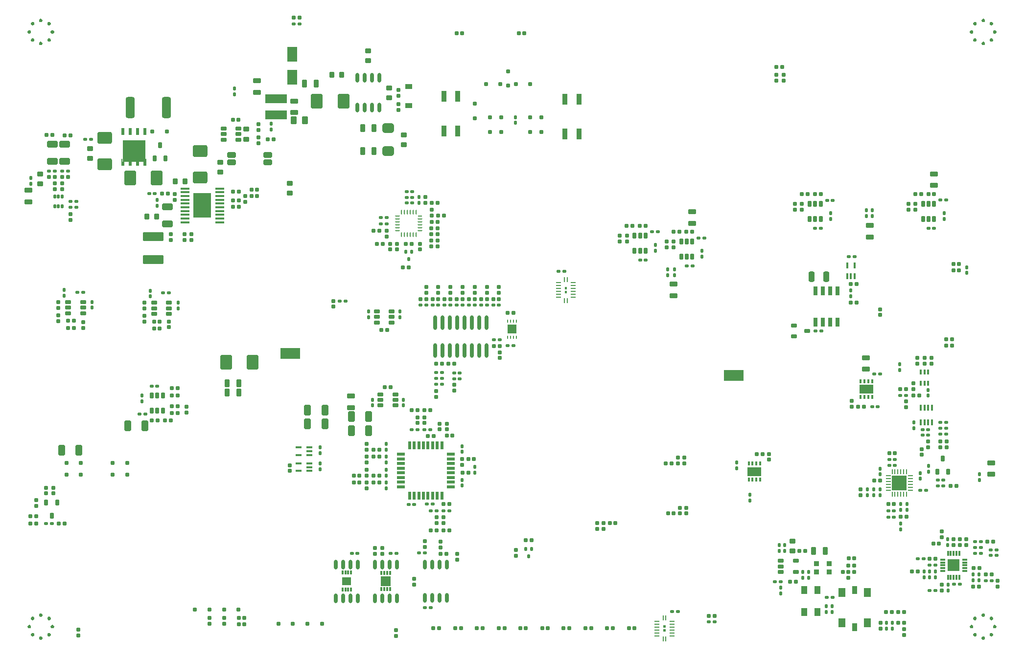
<source format=gbp>
G04*
G04 #@! TF.GenerationSoftware,Altium Limited,Altium Designer,19.1.6 (110)*
G04*
G04 Layer_Color=128*
%FSLAX44Y44*%
%MOMM*%
G71*
G01*
G75*
G04:AMPARAMS|DCode=54|XSize=1mm|YSize=0.9mm|CornerRadius=0.1125mm|HoleSize=0mm|Usage=FLASHONLY|Rotation=270.000|XOffset=0mm|YOffset=0mm|HoleType=Round|Shape=RoundedRectangle|*
%AMROUNDEDRECTD54*
21,1,1.0000,0.6750,0,0,270.0*
21,1,0.7750,0.9000,0,0,270.0*
1,1,0.2250,-0.3375,-0.3875*
1,1,0.2250,-0.3375,0.3875*
1,1,0.2250,0.3375,0.3875*
1,1,0.2250,0.3375,-0.3875*
%
%ADD54ROUNDEDRECTD54*%
G04:AMPARAMS|DCode=56|XSize=1.8mm|YSize=1.15mm|CornerRadius=0.1438mm|HoleSize=0mm|Usage=FLASHONLY|Rotation=180.000|XOffset=0mm|YOffset=0mm|HoleType=Round|Shape=RoundedRectangle|*
%AMROUNDEDRECTD56*
21,1,1.8000,0.8625,0,0,180.0*
21,1,1.5125,1.1500,0,0,180.0*
1,1,0.2875,-0.7563,0.4313*
1,1,0.2875,0.7563,0.4313*
1,1,0.2875,0.7563,-0.4313*
1,1,0.2875,-0.7563,-0.4313*
%
%ADD56ROUNDEDRECTD56*%
G04:AMPARAMS|DCode=87|XSize=0.6mm|YSize=0.6mm|CornerRadius=0.06mm|HoleSize=0mm|Usage=FLASHONLY|Rotation=180.000|XOffset=0mm|YOffset=0mm|HoleType=Round|Shape=RoundedRectangle|*
%AMROUNDEDRECTD87*
21,1,0.6000,0.4800,0,0,180.0*
21,1,0.4800,0.6000,0,0,180.0*
1,1,0.1200,-0.2400,0.2400*
1,1,0.1200,0.2400,0.2400*
1,1,0.1200,0.2400,-0.2400*
1,1,0.1200,-0.2400,-0.2400*
%
%ADD87ROUNDEDRECTD87*%
G04:AMPARAMS|DCode=88|XSize=2.5mm|YSize=2mm|CornerRadius=0.25mm|HoleSize=0mm|Usage=FLASHONLY|Rotation=90.000|XOffset=0mm|YOffset=0mm|HoleType=Round|Shape=RoundedRectangle|*
%AMROUNDEDRECTD88*
21,1,2.5000,1.5000,0,0,90.0*
21,1,2.0000,2.0000,0,0,90.0*
1,1,0.5000,0.7500,1.0000*
1,1,0.5000,0.7500,-1.0000*
1,1,0.5000,-0.7500,-1.0000*
1,1,0.5000,-0.7500,1.0000*
%
%ADD88ROUNDEDRECTD88*%
G04:AMPARAMS|DCode=89|XSize=0.5mm|YSize=0.6mm|CornerRadius=0.05mm|HoleSize=0mm|Usage=FLASHONLY|Rotation=90.000|XOffset=0mm|YOffset=0mm|HoleType=Round|Shape=RoundedRectangle|*
%AMROUNDEDRECTD89*
21,1,0.5000,0.5000,0,0,90.0*
21,1,0.4000,0.6000,0,0,90.0*
1,1,0.1000,0.2500,0.2000*
1,1,0.1000,0.2500,-0.2000*
1,1,0.1000,-0.2500,-0.2000*
1,1,0.1000,-0.2500,0.2000*
%
%ADD89ROUNDEDRECTD89*%
G04:AMPARAMS|DCode=90|XSize=0.5mm|YSize=0.6mm|CornerRadius=0.05mm|HoleSize=0mm|Usage=FLASHONLY|Rotation=0.000|XOffset=0mm|YOffset=0mm|HoleType=Round|Shape=RoundedRectangle|*
%AMROUNDEDRECTD90*
21,1,0.5000,0.5000,0,0,0.0*
21,1,0.4000,0.6000,0,0,0.0*
1,1,0.1000,0.2000,-0.2500*
1,1,0.1000,-0.2000,-0.2500*
1,1,0.1000,-0.2000,0.2500*
1,1,0.1000,0.2000,0.2500*
%
%ADD90ROUNDEDRECTD90*%
G04:AMPARAMS|DCode=91|XSize=1.4mm|YSize=1mm|CornerRadius=0.125mm|HoleSize=0mm|Usage=FLASHONLY|Rotation=90.000|XOffset=0mm|YOffset=0mm|HoleType=Round|Shape=RoundedRectangle|*
%AMROUNDEDRECTD91*
21,1,1.4000,0.7500,0,0,90.0*
21,1,1.1500,1.0000,0,0,90.0*
1,1,0.2500,0.3750,0.5750*
1,1,0.2500,0.3750,-0.5750*
1,1,0.2500,-0.3750,-0.5750*
1,1,0.2500,-0.3750,0.5750*
%
%ADD91ROUNDEDRECTD91*%
%ADD92R,3.5000X1.9000*%
G04:AMPARAMS|DCode=93|XSize=0.6mm|YSize=0.6mm|CornerRadius=0.06mm|HoleSize=0mm|Usage=FLASHONLY|Rotation=90.000|XOffset=0mm|YOffset=0mm|HoleType=Round|Shape=RoundedRectangle|*
%AMROUNDEDRECTD93*
21,1,0.6000,0.4800,0,0,90.0*
21,1,0.4800,0.6000,0,0,90.0*
1,1,0.1200,0.2400,0.2400*
1,1,0.1200,0.2400,-0.2400*
1,1,0.1200,-0.2400,-0.2400*
1,1,0.1200,-0.2400,0.2400*
%
%ADD93ROUNDEDRECTD93*%
G04:AMPARAMS|DCode=94|XSize=0.6mm|YSize=0.7mm|CornerRadius=0.075mm|HoleSize=0mm|Usage=FLASHONLY|Rotation=270.000|XOffset=0mm|YOffset=0mm|HoleType=Round|Shape=RoundedRectangle|*
%AMROUNDEDRECTD94*
21,1,0.6000,0.5500,0,0,270.0*
21,1,0.4500,0.7000,0,0,270.0*
1,1,0.1500,-0.2750,-0.2250*
1,1,0.1500,-0.2750,0.2250*
1,1,0.1500,0.2750,0.2250*
1,1,0.1500,0.2750,-0.2250*
%
%ADD94ROUNDEDRECTD94*%
%ADD184R,2.5000X2.5000*%
G04:AMPARAMS|DCode=265|XSize=1mm|YSize=1.5mm|CornerRadius=0.25mm|HoleSize=0mm|Usage=FLASHONLY|Rotation=90.000|XOffset=0mm|YOffset=0mm|HoleType=Round|Shape=RoundedRectangle|*
%AMROUNDEDRECTD265*
21,1,1.0000,1.0000,0,0,90.0*
21,1,0.5000,1.5000,0,0,90.0*
1,1,0.5000,0.5000,0.2500*
1,1,0.5000,0.5000,-0.2500*
1,1,0.5000,-0.5000,-0.2500*
1,1,0.5000,-0.5000,0.2500*
%
%ADD265ROUNDEDRECTD265*%
G04:AMPARAMS|DCode=266|XSize=3.6mm|YSize=1.5mm|CornerRadius=0.1875mm|HoleSize=0mm|Usage=FLASHONLY|Rotation=0.000|XOffset=0mm|YOffset=0mm|HoleType=Round|Shape=RoundedRectangle|*
%AMROUNDEDRECTD266*
21,1,3.6000,1.1250,0,0,0.0*
21,1,3.2250,1.5000,0,0,0.0*
1,1,0.3750,1.6125,-0.5625*
1,1,0.3750,-1.6125,-0.5625*
1,1,0.3750,-1.6125,0.5625*
1,1,0.3750,1.6125,0.5625*
%
%ADD266ROUNDEDRECTD266*%
G04:AMPARAMS|DCode=267|XSize=2.5mm|YSize=2mm|CornerRadius=0.25mm|HoleSize=0mm|Usage=FLASHONLY|Rotation=180.000|XOffset=0mm|YOffset=0mm|HoleType=Round|Shape=RoundedRectangle|*
%AMROUNDEDRECTD267*
21,1,2.5000,1.5000,0,0,180.0*
21,1,2.0000,2.0000,0,0,180.0*
1,1,0.5000,-1.0000,0.7500*
1,1,0.5000,1.0000,0.7500*
1,1,0.5000,1.0000,-0.7500*
1,1,0.5000,-1.0000,-0.7500*
%
%ADD267ROUNDEDRECTD267*%
G04:AMPARAMS|DCode=268|XSize=0.45mm|YSize=0.7mm|CornerRadius=0.0563mm|HoleSize=0mm|Usage=FLASHONLY|Rotation=180.000|XOffset=0mm|YOffset=0mm|HoleType=Round|Shape=RoundedRectangle|*
%AMROUNDEDRECTD268*
21,1,0.4500,0.5875,0,0,180.0*
21,1,0.3375,0.7000,0,0,180.0*
1,1,0.1125,-0.1688,0.2938*
1,1,0.1125,0.1688,0.2938*
1,1,0.1125,0.1688,-0.2938*
1,1,0.1125,-0.1688,-0.2938*
%
%ADD268ROUNDEDRECTD268*%
%ADD269O,0.2500X0.9000*%
%ADD270O,0.9000X0.2500*%
G04:AMPARAMS|DCode=271|XSize=0.6mm|YSize=1mm|CornerRadius=0.075mm|HoleSize=0mm|Usage=FLASHONLY|Rotation=90.000|XOffset=0mm|YOffset=0mm|HoleType=Round|Shape=RoundedRectangle|*
%AMROUNDEDRECTD271*
21,1,0.6000,0.8500,0,0,90.0*
21,1,0.4500,1.0000,0,0,90.0*
1,1,0.1500,0.4250,0.2250*
1,1,0.1500,0.4250,-0.2250*
1,1,0.1500,-0.4250,-0.2250*
1,1,0.1500,-0.4250,0.2250*
%
%ADD271ROUNDEDRECTD271*%
%ADD272R,0.4000X1.0000*%
%ADD273R,2.1000X2.1000*%
%ADD274R,0.8500X0.3000*%
%ADD275R,0.3000X0.8500*%
%ADD276R,0.4000X0.8500*%
G04:AMPARAMS|DCode=277|XSize=0.6mm|YSize=1mm|CornerRadius=0.075mm|HoleSize=0mm|Usage=FLASHONLY|Rotation=180.000|XOffset=0mm|YOffset=0mm|HoleType=Round|Shape=RoundedRectangle|*
%AMROUNDEDRECTD277*
21,1,0.6000,0.8500,0,0,180.0*
21,1,0.4500,1.0000,0,0,180.0*
1,1,0.1500,-0.2250,0.4250*
1,1,0.1500,0.2250,0.4250*
1,1,0.1500,0.2250,-0.4250*
1,1,0.1500,-0.2250,-0.4250*
%
%ADD277ROUNDEDRECTD277*%
%ADD278R,2.3500X1.6000*%
%ADD279R,0.3000X0.7000*%
G04:AMPARAMS|DCode=280|XSize=1.6mm|YSize=3.65mm|CornerRadius=0.4mm|HoleSize=0mm|Usage=FLASHONLY|Rotation=180.000|XOffset=0mm|YOffset=0mm|HoleType=Round|Shape=RoundedRectangle|*
%AMROUNDEDRECTD280*
21,1,1.6000,2.8500,0,0,180.0*
21,1,0.8000,3.6500,0,0,180.0*
1,1,0.8000,-0.4000,1.4250*
1,1,0.8000,0.4000,1.4250*
1,1,0.8000,0.4000,-1.4250*
1,1,0.8000,-0.4000,-1.4250*
%
%ADD280ROUNDEDRECTD280*%
%ADD281R,1.7000X2.5000*%
G04:AMPARAMS|DCode=282|XSize=1.7mm|YSize=2mm|CornerRadius=0.425mm|HoleSize=0mm|Usage=FLASHONLY|Rotation=90.000|XOffset=0mm|YOffset=0mm|HoleType=Round|Shape=RoundedRectangle|*
%AMROUNDEDRECTD282*
21,1,1.7000,1.1500,0,0,90.0*
21,1,0.8500,2.0000,0,0,90.0*
1,1,0.8500,0.5750,0.4250*
1,1,0.8500,0.5750,-0.4250*
1,1,0.8500,-0.5750,-0.4250*
1,1,0.8500,-0.5750,0.4250*
%
%ADD282ROUNDEDRECTD282*%
%ADD283R,1.2000X1.5000*%
%ADD284R,0.9000X1.4000*%
%ADD287R,1.0000X1.3500*%
G04:AMPARAMS|DCode=288|XSize=0.9mm|YSize=0.9mm|CornerRadius=0.1125mm|HoleSize=0mm|Usage=FLASHONLY|Rotation=0.000|XOffset=0mm|YOffset=0mm|HoleType=Round|Shape=RoundedRectangle|*
%AMROUNDEDRECTD288*
21,1,0.9000,0.6750,0,0,0.0*
21,1,0.6750,0.9000,0,0,0.0*
1,1,0.2250,0.3375,-0.3375*
1,1,0.2250,-0.3375,-0.3375*
1,1,0.2250,-0.3375,0.3375*
1,1,0.2250,0.3375,0.3375*
%
%ADD288ROUNDEDRECTD288*%
%ADD289R,1.6000X1.6000*%
%ADD290R,0.2500X0.6250*%
%ADD291R,0.3000X0.6500*%
%ADD292R,1.7000X1.7000*%
%ADD293R,1.6000X1.4000*%
%ADD294R,0.3000X0.8000*%
G04:AMPARAMS|DCode=295|XSize=0.5mm|YSize=1.4mm|CornerRadius=0.05mm|HoleSize=0mm|Usage=FLASHONLY|Rotation=0.000|XOffset=0mm|YOffset=0mm|HoleType=Round|Shape=RoundedRectangle|*
%AMROUNDEDRECTD295*
21,1,0.5000,1.3000,0,0,0.0*
21,1,0.4000,1.4000,0,0,0.0*
1,1,0.1000,0.2000,-0.6500*
1,1,0.1000,-0.2000,-0.6500*
1,1,0.1000,-0.2000,0.6500*
1,1,0.1000,0.2000,0.6500*
%
%ADD295ROUNDEDRECTD295*%
G04:AMPARAMS|DCode=296|XSize=0.5mm|YSize=1.4mm|CornerRadius=0.05mm|HoleSize=0mm|Usage=FLASHONLY|Rotation=90.000|XOffset=0mm|YOffset=0mm|HoleType=Round|Shape=RoundedRectangle|*
%AMROUNDEDRECTD296*
21,1,0.5000,1.3000,0,0,90.0*
21,1,0.4000,1.4000,0,0,90.0*
1,1,0.1000,0.6500,0.2000*
1,1,0.1000,0.6500,-0.2000*
1,1,0.1000,-0.6500,-0.2000*
1,1,0.1000,-0.6500,0.2000*
%
%ADD296ROUNDEDRECTD296*%
%ADD297O,0.6000X1.7000*%
%ADD298R,0.9000X1.8400*%
G04:AMPARAMS|DCode=299|XSize=1.22mm|YSize=0.91mm|CornerRadius=0.1138mm|HoleSize=0mm|Usage=FLASHONLY|Rotation=180.000|XOffset=0mm|YOffset=0mm|HoleType=Round|Shape=RoundedRectangle|*
%AMROUNDEDRECTD299*
21,1,1.2200,0.6825,0,0,180.0*
21,1,0.9925,0.9100,0,0,180.0*
1,1,0.2275,-0.4963,0.3413*
1,1,0.2275,0.4963,0.3413*
1,1,0.2275,0.4963,-0.3413*
1,1,0.2275,-0.4963,-0.3413*
%
%ADD299ROUNDEDRECTD299*%
%ADD300R,0.2500X0.9000*%
%ADD301R,0.9000X0.2500*%
%ADD303O,0.7000X2.5000*%
%ADD304R,3.1000X4.3000*%
%ADD305R,1.6000X0.3600*%
%ADD306R,0.6500X1.5250*%
%ADD307R,0.3600X1.0000*%
G04:AMPARAMS|DCode=308|XSize=0.5mm|YSize=0.6mm|CornerRadius=0.0625mm|HoleSize=0mm|Usage=FLASHONLY|Rotation=0.000|XOffset=0mm|YOffset=0mm|HoleType=Round|Shape=RoundedRectangle|*
%AMROUNDEDRECTD308*
21,1,0.5000,0.4750,0,0,0.0*
21,1,0.3750,0.6000,0,0,0.0*
1,1,0.1250,0.1875,-0.2375*
1,1,0.1250,-0.1875,-0.2375*
1,1,0.1250,-0.1875,0.2375*
1,1,0.1250,0.1875,0.2375*
%
%ADD308ROUNDEDRECTD308*%
%ADD309R,0.2550X0.5000*%
%ADD310R,0.6100X1.2700*%
%ADD311R,0.6100X0.7700*%
%ADD312R,3.9100X3.7500*%
G04:AMPARAMS|DCode=313|XSize=1mm|YSize=1.8mm|CornerRadius=0.25mm|HoleSize=0mm|Usage=FLASHONLY|Rotation=180.000|XOffset=0mm|YOffset=0mm|HoleType=Round|Shape=RoundedRectangle|*
%AMROUNDEDRECTD313*
21,1,1.0000,1.3000,0,0,180.0*
21,1,0.5000,1.8000,0,0,180.0*
1,1,0.5000,-0.2500,0.6500*
1,1,0.5000,0.2500,0.6500*
1,1,0.5000,0.2500,-0.6500*
1,1,0.5000,-0.2500,-0.6500*
%
%ADD313ROUNDEDRECTD313*%
G04:AMPARAMS|DCode=314|XSize=0.2393mm|YSize=0.7811mm|CornerRadius=0.0598mm|HoleSize=0mm|Usage=FLASHONLY|Rotation=180.000|XOffset=0mm|YOffset=0mm|HoleType=Round|Shape=RoundedRectangle|*
%AMROUNDEDRECTD314*
21,1,0.2393,0.6614,0,0,180.0*
21,1,0.1196,0.7811,0,0,180.0*
1,1,0.1196,-0.0598,0.3307*
1,1,0.1196,0.0598,0.3307*
1,1,0.1196,0.0598,-0.3307*
1,1,0.1196,-0.0598,-0.3307*
%
%ADD314ROUNDEDRECTD314*%
G04:AMPARAMS|DCode=315|XSize=0.7811mm|YSize=0.2393mm|CornerRadius=0.0598mm|HoleSize=0mm|Usage=FLASHONLY|Rotation=180.000|XOffset=0mm|YOffset=0mm|HoleType=Round|Shape=RoundedRectangle|*
%AMROUNDEDRECTD315*
21,1,0.7811,0.1196,0,0,180.0*
21,1,0.6614,0.2393,0,0,180.0*
1,1,0.1196,-0.3307,0.0598*
1,1,0.1196,0.3307,0.0598*
1,1,0.1196,0.3307,-0.0598*
1,1,0.1196,-0.3307,-0.0598*
%
%ADD315ROUNDEDRECTD315*%
%ADD316R,0.7811X0.2393*%
G04:AMPARAMS|DCode=318|XSize=0.6mm|YSize=0.7mm|CornerRadius=0.075mm|HoleSize=0mm|Usage=FLASHONLY|Rotation=180.000|XOffset=0mm|YOffset=0mm|HoleType=Round|Shape=RoundedRectangle|*
%AMROUNDEDRECTD318*
21,1,0.6000,0.5500,0,0,180.0*
21,1,0.4500,0.7000,0,0,180.0*
1,1,0.1500,-0.2250,0.2750*
1,1,0.1500,0.2250,0.2750*
1,1,0.1500,0.2250,-0.2750*
1,1,0.1500,-0.2250,-0.2750*
%
%ADD318ROUNDEDRECTD318*%
G04:AMPARAMS|DCode=319|XSize=1.3mm|YSize=0.8mm|CornerRadius=0.1mm|HoleSize=0mm|Usage=FLASHONLY|Rotation=90.000|XOffset=0mm|YOffset=0mm|HoleType=Round|Shape=RoundedRectangle|*
%AMROUNDEDRECTD319*
21,1,1.3000,0.6000,0,0,90.0*
21,1,1.1000,0.8000,0,0,90.0*
1,1,0.2000,0.3000,0.5500*
1,1,0.2000,0.3000,-0.5500*
1,1,0.2000,-0.3000,-0.5500*
1,1,0.2000,-0.3000,0.5500*
%
%ADD319ROUNDEDRECTD319*%
G04:AMPARAMS|DCode=320|XSize=1mm|YSize=0.9mm|CornerRadius=0.1125mm|HoleSize=0mm|Usage=FLASHONLY|Rotation=180.000|XOffset=0mm|YOffset=0mm|HoleType=Round|Shape=RoundedRectangle|*
%AMROUNDEDRECTD320*
21,1,1.0000,0.6750,0,0,180.0*
21,1,0.7750,0.9000,0,0,180.0*
1,1,0.2250,-0.3875,0.3375*
1,1,0.2250,0.3875,0.3375*
1,1,0.2250,0.3875,-0.3375*
1,1,0.2250,-0.3875,-0.3375*
%
%ADD320ROUNDEDRECTD320*%
G04:AMPARAMS|DCode=321|XSize=1.3mm|YSize=0.8mm|CornerRadius=0.1mm|HoleSize=0mm|Usage=FLASHONLY|Rotation=0.000|XOffset=0mm|YOffset=0mm|HoleType=Round|Shape=RoundedRectangle|*
%AMROUNDEDRECTD321*
21,1,1.3000,0.6000,0,0,0.0*
21,1,1.1000,0.8000,0,0,0.0*
1,1,0.2000,0.5500,-0.3000*
1,1,0.2000,-0.5500,-0.3000*
1,1,0.2000,-0.5500,0.3000*
1,1,0.2000,0.5500,0.3000*
%
%ADD321ROUNDEDRECTD321*%
G04:AMPARAMS|DCode=322|XSize=1.8mm|YSize=1.15mm|CornerRadius=0.1438mm|HoleSize=0mm|Usage=FLASHONLY|Rotation=270.000|XOffset=0mm|YOffset=0mm|HoleType=Round|Shape=RoundedRectangle|*
%AMROUNDEDRECTD322*
21,1,1.8000,0.8625,0,0,270.0*
21,1,1.5125,1.1500,0,0,270.0*
1,1,0.2875,-0.4313,-0.7563*
1,1,0.2875,-0.4313,0.7563*
1,1,0.2875,0.4313,0.7563*
1,1,0.2875,0.4313,-0.7563*
%
%ADD322ROUNDEDRECTD322*%
%ADD323R,3.7000X1.6000*%
%ADD324R,1.0000X0.3600*%
G36*
X945140Y612200D02*
X941140D01*
X941140Y616200D01*
X945140D01*
X945140Y612200D01*
D02*
G37*
G36*
X36699Y57543D02*
X37543Y56699D01*
X38000Y55597D01*
Y55000D01*
Y54403D01*
X37543Y53301D01*
X36699Y52457D01*
X35597Y52000D01*
X34403D01*
X33301Y52457D01*
X32457Y53301D01*
X32000Y54403D01*
Y55000D01*
Y55597D01*
X32457Y56699D01*
X33301Y57543D01*
X34403Y58000D01*
X35597D01*
X36699Y57543D01*
D02*
G37*
G36*
X50841Y51685D02*
X51263Y51263D01*
X51685Y50841D01*
X52142Y49739D01*
Y48545D01*
X51685Y47443D01*
X51263Y47021D01*
X50841Y46599D01*
X49739Y46142D01*
X48545D01*
X47443Y46599D01*
X47021Y47021D01*
X46599Y47443D01*
X46142Y48545D01*
Y49739D01*
X46599Y50841D01*
X47021Y51263D01*
X47443Y51685D01*
X48545Y52142D01*
X49739D01*
X50841Y51685D01*
D02*
G37*
G36*
X22557D02*
X22979Y51263D01*
X23401Y50841D01*
X23858Y49739D01*
Y48545D01*
X23401Y47443D01*
X22979Y47021D01*
X22557Y46599D01*
X21455Y46142D01*
X20261D01*
X19159Y46599D01*
X18736Y47021D01*
X18315Y47443D01*
X17858Y48545D01*
Y49739D01*
X18315Y50841D01*
X18736Y51263D01*
X19159Y51685D01*
X20261Y52142D01*
X21455D01*
X22557Y51685D01*
D02*
G37*
G36*
X56699Y37543D02*
X57543Y36699D01*
X58000Y35597D01*
Y35000D01*
Y34403D01*
X57543Y33301D01*
X56699Y32457D01*
X55597Y32000D01*
X54403D01*
X53301Y32457D01*
X52457Y33301D01*
X52000Y34403D01*
Y35000D01*
Y35597D01*
X52457Y36699D01*
X53301Y37543D01*
X54403Y38000D01*
X55597D01*
X56699Y37543D01*
D02*
G37*
G36*
X16699D02*
X17543Y36699D01*
X18000Y35597D01*
Y35000D01*
Y34403D01*
X17543Y33301D01*
X16699Y32457D01*
X15597Y32000D01*
X14403D01*
X13301Y32457D01*
X12457Y33301D01*
X12000Y34403D01*
Y35000D01*
Y35597D01*
X12457Y36699D01*
X13301Y37543D01*
X14403Y38000D01*
X15597D01*
X16699Y37543D01*
D02*
G37*
G36*
X50841Y23401D02*
X51263Y22979D01*
X51685Y22557D01*
X52142Y21455D01*
Y20261D01*
X51685Y19159D01*
X51263Y18736D01*
X50841Y18315D01*
X49739Y17858D01*
X48545D01*
X47443Y18315D01*
X47021Y18736D01*
X46599Y19159D01*
X46142Y20261D01*
Y21455D01*
X46599Y22557D01*
X47021Y22979D01*
X47443Y23401D01*
X48545Y23858D01*
X49739D01*
X50841Y23401D01*
D02*
G37*
G36*
X22557D02*
X22979Y22979D01*
X23401Y22557D01*
X23858Y21455D01*
Y20261D01*
X23401Y19159D01*
X22979Y18736D01*
X22557Y18315D01*
X21455Y17858D01*
X20261D01*
X19159Y18315D01*
X18736Y18736D01*
X18315Y19159D01*
X17858Y20261D01*
Y21455D01*
X18315Y22557D01*
X18736Y22979D01*
X19159Y23401D01*
X20261Y23858D01*
X21455D01*
X22557Y23401D01*
D02*
G37*
G36*
X36699Y17543D02*
X37543Y16699D01*
X38000Y15597D01*
Y15000D01*
Y14403D01*
X37543Y13301D01*
X36699Y12457D01*
X35597Y12000D01*
X34403D01*
X33301Y12457D01*
X32457Y13301D01*
X32000Y14403D01*
Y15000D01*
Y15597D01*
X32457Y16699D01*
X33301Y17543D01*
X34403Y18000D01*
X35597D01*
X36699Y17543D01*
D02*
G37*
G36*
Y1087543D02*
X37543Y1086699D01*
X38000Y1085597D01*
Y1085000D01*
Y1084403D01*
X37543Y1083301D01*
X36699Y1082457D01*
X35597Y1082000D01*
X34403D01*
X33301Y1082457D01*
X32457Y1083301D01*
X32000Y1084403D01*
Y1085000D01*
Y1085597D01*
X32457Y1086699D01*
X33301Y1087543D01*
X34403Y1088000D01*
X35597D01*
X36699Y1087543D01*
D02*
G37*
G36*
X50841Y1081685D02*
X51263Y1081264D01*
X51685Y1080842D01*
X52142Y1079739D01*
Y1078545D01*
X51685Y1077443D01*
X51263Y1077021D01*
X50841Y1076599D01*
X49739Y1076142D01*
X48545D01*
X47443Y1076599D01*
X47021Y1077021D01*
X46599Y1077443D01*
X46142Y1078545D01*
Y1079739D01*
X46599Y1080842D01*
X47021Y1081264D01*
X47443Y1081685D01*
X48545Y1082142D01*
X49739D01*
X50841Y1081685D01*
D02*
G37*
G36*
X22557D02*
X22979Y1081264D01*
X23401Y1080842D01*
X23858Y1079739D01*
Y1078545D01*
X23401Y1077443D01*
X22979Y1077021D01*
X22557Y1076599D01*
X21455Y1076142D01*
X20261D01*
X19159Y1076599D01*
X18736Y1077021D01*
X18315Y1077443D01*
X17858Y1078545D01*
Y1079739D01*
X18315Y1080842D01*
X18736Y1081264D01*
X19159Y1081685D01*
X20261Y1082142D01*
X21455D01*
X22557Y1081685D01*
D02*
G37*
G36*
X56699Y1067543D02*
X57543Y1066699D01*
X58000Y1065597D01*
Y1065000D01*
Y1064403D01*
X57543Y1063301D01*
X56699Y1062457D01*
X55597Y1062000D01*
X54403D01*
X53301Y1062457D01*
X52457Y1063301D01*
X52000Y1064403D01*
Y1065000D01*
Y1065597D01*
X52457Y1066699D01*
X53301Y1067543D01*
X54403Y1068000D01*
X55597D01*
X56699Y1067543D01*
D02*
G37*
G36*
X16699D02*
X17543Y1066699D01*
X18000Y1065597D01*
Y1065000D01*
Y1064403D01*
X17543Y1063301D01*
X16699Y1062457D01*
X15597Y1062000D01*
X14403D01*
X13301Y1062457D01*
X12457Y1063301D01*
X12000Y1064403D01*
Y1065000D01*
Y1065597D01*
X12457Y1066699D01*
X13301Y1067543D01*
X14403Y1068000D01*
X15597D01*
X16699Y1067543D01*
D02*
G37*
G36*
X50841Y1053401D02*
X51263Y1052979D01*
X51685Y1052557D01*
X52142Y1051455D01*
Y1050261D01*
X51685Y1049158D01*
X51263Y1048736D01*
X50841Y1048315D01*
X49739Y1047858D01*
X48545D01*
X47443Y1048315D01*
X47021Y1048736D01*
X46599Y1049158D01*
X46142Y1050261D01*
Y1051455D01*
X46599Y1052557D01*
X47021Y1052979D01*
X47443Y1053401D01*
X48545Y1053858D01*
X49739D01*
X50841Y1053401D01*
D02*
G37*
G36*
X22557D02*
X22979Y1052979D01*
X23401Y1052557D01*
X23858Y1051455D01*
Y1050261D01*
X23401Y1049158D01*
X22979Y1048736D01*
X22557Y1048315D01*
X21455Y1047858D01*
X20261D01*
X19159Y1048315D01*
X18736Y1048736D01*
X18315Y1049158D01*
X17858Y1050261D01*
Y1051455D01*
X18315Y1052557D01*
X18736Y1052979D01*
X19159Y1053401D01*
X20261Y1053858D01*
X21455D01*
X22557Y1053401D01*
D02*
G37*
G36*
X36699Y1047543D02*
X37543Y1046699D01*
X38000Y1045597D01*
Y1045000D01*
Y1044403D01*
X37543Y1043301D01*
X36699Y1042457D01*
X35597Y1042000D01*
X34403D01*
X33301Y1042457D01*
X32457Y1043301D01*
X32000Y1044403D01*
Y1045000D01*
Y1045597D01*
X32457Y1046699D01*
X33301Y1047543D01*
X34403Y1048000D01*
X35597D01*
X36699Y1047543D01*
D02*
G37*
G36*
X945140Y619200D02*
X941140D01*
Y623200D01*
X945140D01*
Y619200D01*
D02*
G37*
G36*
X1666699Y1087543D02*
X1667543Y1086699D01*
X1668000Y1085597D01*
Y1085000D01*
Y1084403D01*
X1667543Y1083301D01*
X1666699Y1082457D01*
X1665597Y1082000D01*
X1664403D01*
X1663301Y1082457D01*
X1662457Y1083301D01*
X1662000Y1084403D01*
Y1085000D01*
Y1085597D01*
X1662457Y1086699D01*
X1663301Y1087543D01*
X1664403Y1088000D01*
X1665597D01*
X1666699Y1087543D01*
D02*
G37*
G36*
X1680842Y1081685D02*
X1681263Y1081264D01*
X1681685Y1080842D01*
X1682142Y1079739D01*
Y1078545D01*
X1681685Y1077443D01*
X1681263Y1077021D01*
X1680842Y1076599D01*
X1679739Y1076142D01*
X1678545D01*
X1677443Y1076599D01*
X1677021Y1077021D01*
X1676599Y1077443D01*
X1676142Y1078545D01*
Y1079739D01*
X1676599Y1080842D01*
X1677021Y1081264D01*
X1677443Y1081685D01*
X1678545Y1082142D01*
X1679739D01*
X1680842Y1081685D01*
D02*
G37*
G36*
X1652557D02*
X1652979Y1081264D01*
X1653401Y1080842D01*
X1653858Y1079739D01*
Y1078545D01*
X1653401Y1077443D01*
X1652979Y1077021D01*
X1652557Y1076599D01*
X1651455Y1076142D01*
X1650261D01*
X1649158Y1076599D01*
X1648737Y1077021D01*
X1648315Y1077443D01*
X1647858Y1078545D01*
Y1079739D01*
X1648315Y1080842D01*
X1648737Y1081264D01*
X1649158Y1081685D01*
X1650261Y1082142D01*
X1651455D01*
X1652557Y1081685D01*
D02*
G37*
G36*
X1686699Y1067543D02*
X1687543Y1066699D01*
X1688000Y1065597D01*
Y1065000D01*
Y1064403D01*
X1687543Y1063301D01*
X1686699Y1062457D01*
X1685597Y1062000D01*
X1684403D01*
X1683301Y1062457D01*
X1682457Y1063301D01*
X1682000Y1064403D01*
Y1065000D01*
Y1065597D01*
X1682457Y1066699D01*
X1683301Y1067543D01*
X1684403Y1068000D01*
X1685597D01*
X1686699Y1067543D01*
D02*
G37*
G36*
X1646699D02*
X1647543Y1066699D01*
X1648000Y1065597D01*
Y1065000D01*
Y1064403D01*
X1647543Y1063301D01*
X1646699Y1062457D01*
X1645597Y1062000D01*
X1644403D01*
X1643301Y1062457D01*
X1642457Y1063301D01*
X1642000Y1064403D01*
Y1065000D01*
Y1065597D01*
X1642457Y1066699D01*
X1643301Y1067543D01*
X1644403Y1068000D01*
X1645597D01*
X1646699Y1067543D01*
D02*
G37*
G36*
X1680842Y1053401D02*
X1681263Y1052979D01*
X1681685Y1052557D01*
X1682142Y1051455D01*
Y1050261D01*
X1681685Y1049158D01*
X1681263Y1048736D01*
X1680842Y1048315D01*
X1679739Y1047858D01*
X1678545D01*
X1677443Y1048315D01*
X1677021Y1048736D01*
X1676599Y1049158D01*
X1676142Y1050261D01*
Y1051455D01*
X1676599Y1052557D01*
X1677021Y1052979D01*
X1677443Y1053401D01*
X1678545Y1053858D01*
X1679739D01*
X1680842Y1053401D01*
D02*
G37*
G36*
X1652557D02*
X1652979Y1052979D01*
X1653401Y1052557D01*
X1653858Y1051455D01*
Y1050261D01*
X1653401Y1049158D01*
X1652979Y1048736D01*
X1652557Y1048315D01*
X1651455Y1047858D01*
X1650261D01*
X1649158Y1048315D01*
X1648737Y1048736D01*
X1648315Y1049158D01*
X1647858Y1050261D01*
Y1051455D01*
X1648315Y1052557D01*
X1648737Y1052979D01*
X1649158Y1053401D01*
X1650261Y1053858D01*
X1651455D01*
X1652557Y1053401D01*
D02*
G37*
G36*
X1666699Y1047543D02*
X1667543Y1046699D01*
X1668000Y1045597D01*
Y1045000D01*
Y1044403D01*
X1667543Y1043301D01*
X1666699Y1042457D01*
X1665597Y1042000D01*
X1664403D01*
X1663301Y1042457D01*
X1662457Y1043301D01*
X1662000Y1044403D01*
Y1045000D01*
Y1045597D01*
X1662457Y1046699D01*
X1663301Y1047543D01*
X1664403Y1048000D01*
X1665597D01*
X1666699Y1047543D01*
D02*
G37*
G36*
Y57543D02*
X1667543Y56699D01*
X1668000Y55597D01*
Y55000D01*
Y54403D01*
X1667543Y53301D01*
X1666699Y52457D01*
X1665597Y52000D01*
X1664403D01*
X1663301Y52457D01*
X1662457Y53301D01*
X1662000Y54403D01*
Y55000D01*
Y55597D01*
X1662457Y56699D01*
X1663301Y57543D01*
X1664403Y58000D01*
X1665597D01*
X1666699Y57543D01*
D02*
G37*
G36*
X1680842Y51685D02*
X1681263Y51263D01*
X1681685Y50841D01*
X1682142Y49739D01*
Y48545D01*
X1681685Y47443D01*
X1681263Y47021D01*
X1680842Y46599D01*
X1679739Y46142D01*
X1678545D01*
X1677443Y46599D01*
X1677021Y47021D01*
X1676599Y47443D01*
X1676142Y48545D01*
Y49739D01*
X1676599Y50841D01*
X1677021Y51263D01*
X1677443Y51685D01*
X1678545Y52142D01*
X1679739D01*
X1680842Y51685D01*
D02*
G37*
G36*
X1652557D02*
X1652979Y51263D01*
X1653401Y50841D01*
X1653858Y49739D01*
Y48545D01*
X1653401Y47443D01*
X1652979Y47021D01*
X1652557Y46599D01*
X1651455Y46142D01*
X1650261D01*
X1649158Y46599D01*
X1648737Y47021D01*
X1648315Y47443D01*
X1647858Y48545D01*
Y49739D01*
X1648315Y50841D01*
X1648737Y51263D01*
X1649158Y51685D01*
X1650261Y52142D01*
X1651455D01*
X1652557Y51685D01*
D02*
G37*
G36*
X1115750Y33340D02*
X1111750D01*
Y37340D01*
X1115750D01*
Y33340D01*
D02*
G37*
G36*
X1686699Y37543D02*
X1687543Y36699D01*
X1688000Y35597D01*
Y35000D01*
Y34403D01*
X1687543Y33301D01*
X1686699Y32457D01*
X1685597Y32000D01*
X1684403D01*
X1683301Y32457D01*
X1682457Y33301D01*
X1682000Y34403D01*
Y35000D01*
Y35597D01*
X1682457Y36699D01*
X1683301Y37543D01*
X1684403Y38000D01*
X1685597D01*
X1686699Y37543D01*
D02*
G37*
G36*
X1646699D02*
X1647543Y36699D01*
X1648000Y35597D01*
Y35000D01*
Y34403D01*
X1647543Y33301D01*
X1646699Y32457D01*
X1645597Y32000D01*
X1644403D01*
X1643301Y32457D01*
X1642457Y33301D01*
X1642000Y34403D01*
Y35000D01*
Y35597D01*
X1642457Y36699D01*
X1643301Y37543D01*
X1644403Y38000D01*
X1645597D01*
X1646699Y37543D01*
D02*
G37*
G36*
X1115750Y26340D02*
X1111750D01*
Y30340D01*
X1115750D01*
Y26340D01*
D02*
G37*
G36*
X1680842Y23401D02*
X1681263Y22979D01*
X1681685Y22557D01*
X1682142Y21455D01*
Y20261D01*
X1681685Y19159D01*
X1681263Y18736D01*
X1680842Y18315D01*
X1679739Y17858D01*
X1678545D01*
X1677443Y18315D01*
X1677021Y18736D01*
X1676599Y19159D01*
X1676142Y20261D01*
Y21455D01*
X1676599Y22557D01*
X1677021Y22979D01*
X1677443Y23401D01*
X1678545Y23858D01*
X1679739D01*
X1680842Y23401D01*
D02*
G37*
G36*
X1652557D02*
X1652979Y22979D01*
X1653401Y22557D01*
X1653858Y21455D01*
Y20261D01*
X1653401Y19159D01*
X1652979Y18736D01*
X1652557Y18315D01*
X1651455Y17858D01*
X1650261D01*
X1649158Y18315D01*
X1648737Y18736D01*
X1648315Y19159D01*
X1647858Y20261D01*
Y21455D01*
X1648315Y22557D01*
X1648737Y22979D01*
X1649158Y23401D01*
X1650261Y23858D01*
X1651455D01*
X1652557Y23401D01*
D02*
G37*
G36*
X1666699Y17543D02*
X1667543Y16699D01*
X1668000Y15597D01*
Y15000D01*
Y14403D01*
X1667543Y13301D01*
X1666699Y12457D01*
X1665597Y12000D01*
X1664403D01*
X1663301Y12457D01*
X1662457Y13301D01*
X1662000Y14403D01*
Y15000D01*
Y15597D01*
X1662457Y16699D01*
X1663301Y17543D01*
X1664403Y18000D01*
X1665597D01*
X1666699Y17543D01*
D02*
G37*
D54*
X538500Y991000D02*
D03*
X555500D02*
D03*
X267500Y806000D02*
D03*
X284500D02*
D03*
X218750Y745250D02*
D03*
X235750D02*
D03*
D56*
X254250Y762000D02*
D03*
Y732000D02*
D03*
X76250Y840500D02*
D03*
X76250Y870500D02*
D03*
X54750Y840500D02*
D03*
Y870500D02*
D03*
D87*
X100200Y29300D02*
D03*
Y19300D02*
D03*
X1307500Y980750D02*
D03*
Y990750D02*
D03*
X1319750Y980750D02*
D03*
Y990750D02*
D03*
X701510Y623350D02*
D03*
Y613350D02*
D03*
X722510Y623350D02*
D03*
Y613350D02*
D03*
X743510Y623350D02*
D03*
Y613350D02*
D03*
X829000Y500000D02*
D03*
Y510000D02*
D03*
X1008000Y214000D02*
D03*
Y204000D02*
D03*
X997000D02*
D03*
Y214000D02*
D03*
X1575737Y500494D02*
D03*
Y490494D02*
D03*
X1563487Y500494D02*
D03*
Y490494D02*
D03*
X541000Y599000D02*
D03*
Y589000D02*
D03*
X856849Y157897D02*
D03*
X856849Y167897D02*
D03*
X1136750Y317750D02*
D03*
Y327750D02*
D03*
X1147750Y317750D02*
D03*
Y327750D02*
D03*
X1140750Y230750D02*
D03*
Y240750D02*
D03*
X1151750Y230750D02*
D03*
Y240750D02*
D03*
X649101Y28525D02*
D03*
Y18525D02*
D03*
X351804Y49956D02*
D03*
X351804Y39956D02*
D03*
X326376Y49956D02*
D03*
Y39956D02*
D03*
X26750Y243750D02*
D03*
Y253750D02*
D03*
X1486500Y584500D02*
D03*
Y574500D02*
D03*
X1551237Y500494D02*
D03*
Y490494D02*
D03*
X598500Y329000D02*
D03*
X598500Y341250D02*
D03*
X465750Y314500D02*
D03*
Y304500D02*
D03*
X726310Y171650D02*
D03*
Y181650D02*
D03*
X755060Y150650D02*
D03*
Y160650D02*
D03*
X681000Y117800D02*
D03*
Y107800D02*
D03*
X699450Y182800D02*
D03*
Y172800D02*
D03*
X108000Y552000D02*
D03*
Y562000D02*
D03*
X65100Y574230D02*
D03*
Y564230D02*
D03*
X65100Y596730D02*
D03*
Y586730D02*
D03*
X686625Y397500D02*
D03*
Y387500D02*
D03*
X698875Y397500D02*
D03*
Y387500D02*
D03*
X724750Y376500D02*
D03*
Y386500D02*
D03*
X737000Y376500D02*
D03*
Y386500D02*
D03*
X719500Y214000D02*
D03*
Y224000D02*
D03*
X731750Y214000D02*
D03*
Y224000D02*
D03*
X598500Y306750D02*
D03*
Y296750D02*
D03*
X598500Y351250D02*
D03*
X598500Y274500D02*
D03*
Y284500D02*
D03*
X598500Y319000D02*
D03*
X763250Y315250D02*
D03*
Y325250D02*
D03*
X86500Y749520D02*
D03*
Y739520D02*
D03*
X1294250Y334000D02*
D03*
Y324000D02*
D03*
X1438000Y425500D02*
D03*
Y415500D02*
D03*
X625400Y171150D02*
D03*
Y161150D02*
D03*
X612700Y171150D02*
D03*
Y161150D02*
D03*
X266750Y784250D02*
D03*
Y774250D02*
D03*
X260000Y704500D02*
D03*
Y714500D02*
D03*
X295750Y704500D02*
D03*
Y714500D02*
D03*
X283500D02*
D03*
Y704500D02*
D03*
X388250Y780750D02*
D03*
Y770750D02*
D03*
X411545Y882475D02*
D03*
Y872475D02*
D03*
X411500Y894750D02*
D03*
Y904750D02*
D03*
X213850Y595730D02*
D03*
Y585730D02*
D03*
X256750Y553380D02*
D03*
Y563380D02*
D03*
X213850Y573230D02*
D03*
Y563230D02*
D03*
X653250Y939500D02*
D03*
Y929500D02*
D03*
X700161Y768951D02*
D03*
Y778951D02*
D03*
X721661Y693451D02*
D03*
Y703451D02*
D03*
X710661Y724701D02*
D03*
Y714701D02*
D03*
X721661Y724701D02*
D03*
Y714701D02*
D03*
X711161Y746701D02*
D03*
Y756701D02*
D03*
X710661Y693451D02*
D03*
Y703451D02*
D03*
X651161Y697951D02*
D03*
Y687951D02*
D03*
X632911Y710701D02*
D03*
Y720701D02*
D03*
X691161Y687951D02*
D03*
Y697951D02*
D03*
X638911Y687951D02*
D03*
Y697951D02*
D03*
X653250Y964500D02*
D03*
Y954500D02*
D03*
X286830Y405800D02*
D03*
Y415800D02*
D03*
X1601987Y345744D02*
D03*
Y355744D02*
D03*
X1531397Y414894D02*
D03*
X1531397Y424894D02*
D03*
X1590987Y355744D02*
D03*
X1590987Y345744D02*
D03*
X1558487Y342394D02*
D03*
Y332394D02*
D03*
X1569994Y345750D02*
D03*
Y355750D02*
D03*
X1544647Y456494D02*
D03*
Y446494D02*
D03*
X72000Y802250D02*
D03*
Y792250D02*
D03*
X59000Y802250D02*
D03*
Y792250D02*
D03*
X718760Y442850D02*
D03*
Y432850D02*
D03*
X749760Y443600D02*
D03*
Y453600D02*
D03*
X764510Y613350D02*
D03*
Y623350D02*
D03*
X785510Y613350D02*
D03*
Y623350D02*
D03*
X806510Y613350D02*
D03*
Y623350D02*
D03*
X827510Y613350D02*
D03*
Y623350D02*
D03*
X1593000Y97750D02*
D03*
Y107750D02*
D03*
X1689990Y104500D02*
D03*
Y114500D02*
D03*
X1636000Y186500D02*
D03*
Y176500D02*
D03*
X1593000Y189500D02*
D03*
Y199500D02*
D03*
X1614000Y176500D02*
D03*
Y186500D02*
D03*
X1625000Y176500D02*
D03*
Y186500D02*
D03*
X1452750Y272250D02*
D03*
Y262250D02*
D03*
X1487400Y41650D02*
D03*
Y31650D02*
D03*
X1432000Y119750D02*
D03*
Y129750D02*
D03*
X1528400Y20650D02*
D03*
Y30650D02*
D03*
X1535630Y757000D02*
D03*
Y767000D02*
D03*
X1547880D02*
D03*
Y757000D02*
D03*
X1339250Y756725D02*
D03*
X1339250Y766725D02*
D03*
X1351500D02*
D03*
Y756725D02*
D03*
X1117150Y691600D02*
D03*
X1117150Y701600D02*
D03*
X1129400D02*
D03*
Y691600D02*
D03*
X1036380Y702000D02*
D03*
Y712000D02*
D03*
X1048630D02*
D03*
Y702000D02*
D03*
X44250Y265500D02*
D03*
X44250Y275500D02*
D03*
X56500Y265500D02*
D03*
Y275500D02*
D03*
D88*
X401500Y492500D02*
D03*
X355500D02*
D03*
X512500Y945250D02*
D03*
X558500D02*
D03*
X235750Y812250D02*
D03*
X189750D02*
D03*
D89*
X733510Y591850D02*
D03*
X743510D02*
D03*
X667661Y788451D02*
D03*
X677661D02*
D03*
Y778451D02*
D03*
X667661D02*
D03*
Y768451D02*
D03*
X677661D02*
D03*
X1510750Y235750D02*
D03*
X1500750D02*
D03*
X1510750Y224500D02*
D03*
X1500750D02*
D03*
X722510Y591850D02*
D03*
X712510D02*
D03*
X829000Y531500D02*
D03*
X819000D02*
D03*
X701510Y591850D02*
D03*
X691510D02*
D03*
X472500Y1078750D02*
D03*
X482500D02*
D03*
X940500Y650000D02*
D03*
X930500D02*
D03*
X562000Y599000D02*
D03*
X552000D02*
D03*
X1200250Y43050D02*
D03*
X1190250D02*
D03*
X1126750Y61250D02*
D03*
X1136750D02*
D03*
X1651000Y162000D02*
D03*
X1661000D02*
D03*
X1512500Y324500D02*
D03*
X1502500D02*
D03*
X1512500Y314500D02*
D03*
X1502500D02*
D03*
X1472750Y415500D02*
D03*
X1482750D02*
D03*
X1442854Y675500D02*
D03*
X1432854D02*
D03*
X709450Y67650D02*
D03*
X699450D02*
D03*
X689450Y162300D02*
D03*
X699450D02*
D03*
X98000Y613730D02*
D03*
X108000D02*
D03*
X671000Y246750D02*
D03*
X681000D02*
D03*
X712750Y247000D02*
D03*
X702750D02*
D03*
X731750Y235500D02*
D03*
X741750D02*
D03*
X719500D02*
D03*
X709500D02*
D03*
X708875Y375750D02*
D03*
X698875D02*
D03*
X676625D02*
D03*
X686625D02*
D03*
X852500Y521490D02*
D03*
X842500D02*
D03*
X1384700Y546880D02*
D03*
X1374700D02*
D03*
X1476500Y472250D02*
D03*
X1486500D02*
D03*
X640250Y161750D02*
D03*
X650250D02*
D03*
X572750D02*
D03*
X582750D02*
D03*
X1586250Y288500D02*
D03*
X1596250D02*
D03*
Y278500D02*
D03*
X1586250D02*
D03*
X121500Y879000D02*
D03*
X111500D02*
D03*
X222250Y785000D02*
D03*
X232250D02*
D03*
X256750Y612730D02*
D03*
X246750D02*
D03*
X632911Y743701D02*
D03*
X622911D02*
D03*
X632911Y732451D02*
D03*
X622911D02*
D03*
X226580Y451150D02*
D03*
X236580D02*
D03*
X216100Y402650D02*
D03*
X206100D02*
D03*
X1600981Y368644D02*
D03*
X1590981D02*
D03*
Y378644D02*
D03*
X1600981D02*
D03*
X1590981Y388644D02*
D03*
X1600981D02*
D03*
X1531397Y435494D02*
D03*
X1521397D02*
D03*
X1569987Y366244D02*
D03*
X1559987D02*
D03*
X1559994Y376297D02*
D03*
X1569994D02*
D03*
X82000Y823750D02*
D03*
X72000D02*
D03*
X59000D02*
D03*
X49000D02*
D03*
X86525Y761245D02*
D03*
X96525D02*
D03*
X96500Y771250D02*
D03*
X86500D02*
D03*
X749760Y464350D02*
D03*
X759760Y464350D02*
D03*
X754510Y591850D02*
D03*
X764510D02*
D03*
X775510Y591850D02*
D03*
X785510D02*
D03*
X796510Y591850D02*
D03*
X806510D02*
D03*
X817510Y591850D02*
D03*
X827510D02*
D03*
X759760Y474350D02*
D03*
X749760D02*
D03*
X718760Y454600D02*
D03*
X728760D02*
D03*
X718760Y464600D02*
D03*
X728760D02*
D03*
X718760Y474600D02*
D03*
X728760D02*
D03*
X1661000Y182000D02*
D03*
X1651000D02*
D03*
X1572000Y97750D02*
D03*
X1582000D02*
D03*
X1651000Y172000D02*
D03*
X1661000D02*
D03*
X1678250Y158000D02*
D03*
X1688250D02*
D03*
Y168000D02*
D03*
X1678250D02*
D03*
X1572000Y141000D02*
D03*
X1582000D02*
D03*
X1552000Y152000D02*
D03*
X1562000D02*
D03*
X1679490Y114500D02*
D03*
X1669490D02*
D03*
X1624500Y108250D02*
D03*
X1614500D02*
D03*
X1556000Y271000D02*
D03*
X1566000D02*
D03*
X1394250Y85250D02*
D03*
X1404250D02*
D03*
X1314750Y113000D02*
D03*
X1304750D02*
D03*
X1570230Y725150D02*
D03*
X1580230Y725150D02*
D03*
X1601230Y773650D02*
D03*
X1591230D02*
D03*
X1374370Y724875D02*
D03*
X1384370D02*
D03*
X1404850Y773375D02*
D03*
X1394850D02*
D03*
X1152270Y659750D02*
D03*
X1162270D02*
D03*
X1182750Y708250D02*
D03*
X1172750Y708250D02*
D03*
X1071500Y670150D02*
D03*
X1081500D02*
D03*
X1101980Y718650D02*
D03*
X1091980D02*
D03*
X53750Y213250D02*
D03*
X43750D02*
D03*
D90*
X433750Y896000D02*
D03*
Y906000D02*
D03*
X18000Y812000D02*
D03*
Y802000D02*
D03*
X370250Y956500D02*
D03*
Y966500D02*
D03*
X856250Y907250D02*
D03*
Y917250D02*
D03*
X1130750Y653750D02*
D03*
Y643750D02*
D03*
X1119500Y643750D02*
D03*
Y653750D02*
D03*
X1463250Y756000D02*
D03*
Y746000D02*
D03*
X1473250D02*
D03*
Y756000D02*
D03*
X1636321Y647321D02*
D03*
Y657321D02*
D03*
X1658500Y288500D02*
D03*
Y298500D02*
D03*
X608380Y418000D02*
D03*
Y428000D02*
D03*
X662120Y418000D02*
D03*
Y428000D02*
D03*
X655870Y580750D02*
D03*
Y570750D02*
D03*
X602130Y580750D02*
D03*
Y570750D02*
D03*
X518000Y345500D02*
D03*
Y335500D02*
D03*
X518000Y317597D02*
D03*
Y307597D02*
D03*
X1436250Y607000D02*
D03*
Y617000D02*
D03*
X1520715Y489000D02*
D03*
Y479000D02*
D03*
X75350Y607730D02*
D03*
Y617730D02*
D03*
X123850Y597250D02*
D03*
Y587250D02*
D03*
X785750Y301250D02*
D03*
Y311250D02*
D03*
X763750Y289000D02*
D03*
Y279000D02*
D03*
X763500Y347500D02*
D03*
Y337500D02*
D03*
X632500Y296750D02*
D03*
Y306750D02*
D03*
Y284500D02*
D03*
Y274500D02*
D03*
X632500Y341250D02*
D03*
X632500Y351250D02*
D03*
X632500Y329000D02*
D03*
Y319000D02*
D03*
X1261750Y263250D02*
D03*
X1261750Y253250D02*
D03*
X1238750Y319000D02*
D03*
Y309000D02*
D03*
X1570754Y303404D02*
D03*
Y313404D02*
D03*
X236250Y764000D02*
D03*
Y774000D02*
D03*
X272600Y586250D02*
D03*
X272600Y596250D02*
D03*
X224100Y616730D02*
D03*
Y606730D02*
D03*
X688911Y768951D02*
D03*
Y778951D02*
D03*
X210100Y425300D02*
D03*
Y435300D02*
D03*
X1544737Y378744D02*
D03*
Y388744D02*
D03*
X1570012Y434879D02*
D03*
Y444879D02*
D03*
X1562500Y130000D02*
D03*
Y120000D02*
D03*
X1582500D02*
D03*
Y130000D02*
D03*
X1572500Y120000D02*
D03*
Y130000D02*
D03*
X1604000Y97750D02*
D03*
Y107750D02*
D03*
X1647990Y125000D02*
D03*
Y115000D02*
D03*
X1657990Y125000D02*
D03*
Y115000D02*
D03*
X1603500Y176500D02*
D03*
Y186500D02*
D03*
X1522500Y237500D02*
D03*
Y247500D02*
D03*
Y203000D02*
D03*
Y213000D02*
D03*
X1533500Y247500D02*
D03*
X1533500Y237500D02*
D03*
X1487000Y298500D02*
D03*
Y308500D02*
D03*
X1464500Y272250D02*
D03*
Y262250D02*
D03*
X1475750Y272250D02*
D03*
Y262250D02*
D03*
X1555750Y291000D02*
D03*
Y301000D02*
D03*
X1487000Y272250D02*
D03*
Y262250D02*
D03*
X1497900Y41650D02*
D03*
Y31650D02*
D03*
X1507900Y41650D02*
D03*
Y31650D02*
D03*
X1403750Y60000D02*
D03*
Y70000D02*
D03*
X1393750Y60000D02*
D03*
X1393750Y70000D02*
D03*
X1363000Y129750D02*
D03*
Y119750D02*
D03*
X1314750Y102500D02*
D03*
Y92500D02*
D03*
X1353000Y129750D02*
D03*
Y119750D02*
D03*
X1322000Y165750D02*
D03*
Y175750D02*
D03*
X1312000D02*
D03*
Y165750D02*
D03*
X1597230Y741000D02*
D03*
Y751000D02*
D03*
X1400850Y740725D02*
D03*
Y750725D02*
D03*
X1178750Y675600D02*
D03*
Y685600D02*
D03*
X1097980Y686000D02*
D03*
Y696000D02*
D03*
D91*
X472000Y911750D02*
D03*
X492000D02*
D03*
D92*
X1233500Y469750D02*
D03*
X466250Y508250D02*
D03*
D93*
X1317500Y1004500D02*
D03*
X1307500D02*
D03*
X1510750Y247500D02*
D03*
X1500750D02*
D03*
X1613321Y662821D02*
D03*
X1623321D02*
D03*
X1613321Y651821D02*
D03*
X1623321D02*
D03*
X1432250Y153000D02*
D03*
X1442250D02*
D03*
X691510Y602350D02*
D03*
X701510D02*
D03*
X712510Y602350D02*
D03*
X722510D02*
D03*
X733510D02*
D03*
X743510D02*
D03*
X829000Y521000D02*
D03*
X819000D02*
D03*
X482500Y1089500D02*
D03*
X472500D02*
D03*
X586250Y284500D02*
D03*
X576250D02*
D03*
X586250Y296750D02*
D03*
X576250D02*
D03*
X884099Y184397D02*
D03*
X874099D02*
D03*
X1125750Y317750D02*
D03*
X1115750D02*
D03*
X1129750Y231000D02*
D03*
X1119750D02*
D03*
X1019000Y214000D02*
D03*
X1029000D02*
D03*
X1190250Y53550D02*
D03*
X1200250D02*
D03*
X377233Y50380D02*
D03*
X387233D02*
D03*
X377233Y39380D02*
D03*
X387233D02*
D03*
X26750Y213250D02*
D03*
X16750D02*
D03*
X26750Y225780D02*
D03*
X16750D02*
D03*
X754000Y1062250D02*
D03*
X764000D02*
D03*
X861500D02*
D03*
X871500D02*
D03*
X1601000Y532500D02*
D03*
X1611000D02*
D03*
X1601000Y521500D02*
D03*
X1611000D02*
D03*
X1512500Y335000D02*
D03*
X1502500D02*
D03*
X630250Y449720D02*
D03*
X640250D02*
D03*
X624000Y549030D02*
D03*
X634000D02*
D03*
X1436250Y596000D02*
D03*
X1446250D02*
D03*
X1436250Y628000D02*
D03*
X1446250D02*
D03*
X726310Y160650D02*
D03*
X736310D02*
D03*
X92000Y552130D02*
D03*
X82000D02*
D03*
X82000Y564380D02*
D03*
X92000D02*
D03*
X708875Y409750D02*
D03*
X698875D02*
D03*
X676625D02*
D03*
X686625D02*
D03*
X764250Y301250D02*
D03*
X774250D02*
D03*
X741750Y247250D02*
D03*
X731750D02*
D03*
X704500Y365250D02*
D03*
X714500D02*
D03*
X747000Y365500D02*
D03*
X737000D02*
D03*
X610750Y284500D02*
D03*
X620750D02*
D03*
X610750Y329000D02*
D03*
X620750D02*
D03*
X610750Y296750D02*
D03*
X620750D02*
D03*
X610750Y341250D02*
D03*
X620750D02*
D03*
X741750Y201750D02*
D03*
X731750D02*
D03*
X709500D02*
D03*
X719500D02*
D03*
X774250Y325250D02*
D03*
X784250D02*
D03*
X1618500Y278500D02*
D03*
X1608500D02*
D03*
X842500Y578510D02*
D03*
X852500D02*
D03*
X1283250Y334000D02*
D03*
X1273250D02*
D03*
X1459000Y415500D02*
D03*
X1449000D02*
D03*
X377125Y912625D02*
D03*
X367125D02*
D03*
X254500Y785000D02*
D03*
X244500D02*
D03*
X377250Y788500D02*
D03*
X367250D02*
D03*
X377250Y773000D02*
D03*
X367250D02*
D03*
X399250Y791750D02*
D03*
X409250D02*
D03*
X399250Y780750D02*
D03*
X409250D02*
D03*
X437500Y878500D02*
D03*
X427500D02*
D03*
X367250Y762000D02*
D03*
X377250D02*
D03*
X240750Y551130D02*
D03*
X230750D02*
D03*
X230750Y563380D02*
D03*
X240750D02*
D03*
X610661Y720701D02*
D03*
X620661D02*
D03*
X616661Y697951D02*
D03*
X626661D02*
D03*
X661411Y656839D02*
D03*
X671411D02*
D03*
X711161Y735701D02*
D03*
X721161D02*
D03*
X676411Y697951D02*
D03*
X666411D02*
D03*
X722161Y746701D02*
D03*
X732161D02*
D03*
X711161Y768951D02*
D03*
X721161D02*
D03*
X237100Y392400D02*
D03*
X227100D02*
D03*
X259600Y392400D02*
D03*
X249600D02*
D03*
X261580Y435300D02*
D03*
X271580D02*
D03*
X261580Y447550D02*
D03*
X271580D02*
D03*
X261580Y416800D02*
D03*
X271580D02*
D03*
X261580Y404550D02*
D03*
X271580Y404550D02*
D03*
X1531397Y446594D02*
D03*
X1521397D02*
D03*
X1554647Y435494D02*
D03*
X1544647D02*
D03*
X72000Y813250D02*
D03*
X82000D02*
D03*
X86250Y886000D02*
D03*
X76250Y886000D02*
D03*
X49000Y813250D02*
D03*
X59000D02*
D03*
X54750Y886250D02*
D03*
X44750D02*
D03*
X718760Y490100D02*
D03*
X728760D02*
D03*
X749735Y490105D02*
D03*
X739735D02*
D03*
X764510Y602350D02*
D03*
X754510D02*
D03*
X785510Y602350D02*
D03*
X775510D02*
D03*
X806510Y602350D02*
D03*
X796510D02*
D03*
X817510Y602350D02*
D03*
X827510D02*
D03*
X1552000Y130000D02*
D03*
X1542000D02*
D03*
X1672250Y182000D02*
D03*
X1682250D02*
D03*
X1578640Y178400D02*
D03*
X1588640D02*
D03*
X1679490Y125000D02*
D03*
X1669490D02*
D03*
X1572000Y152000D02*
D03*
X1582000D02*
D03*
X1658490Y136000D02*
D03*
X1648490D02*
D03*
X1647990Y104000D02*
D03*
X1657990D02*
D03*
X1522500Y225250D02*
D03*
X1532500D02*
D03*
X1486500Y287500D02*
D03*
X1476500D02*
D03*
X1432000Y140750D02*
D03*
X1442000D02*
D03*
X1432000Y129750D02*
D03*
X1442000D02*
D03*
X1528400Y41650D02*
D03*
X1518400D02*
D03*
X1518250Y60000D02*
D03*
X1528250D02*
D03*
X1497000Y60000D02*
D03*
X1507000D02*
D03*
X1432000Y129750D02*
D03*
X1422000D02*
D03*
X1330750Y113000D02*
D03*
X1340750D02*
D03*
X1347250Y165750D02*
D03*
X1357250D02*
D03*
X1580250Y783880D02*
D03*
X1570250D02*
D03*
X1557730Y783900D02*
D03*
X1547730D02*
D03*
X1383850Y783625D02*
D03*
X1373850D02*
D03*
X1361350Y783625D02*
D03*
X1351350Y783625D02*
D03*
X1161750Y718500D02*
D03*
X1151750D02*
D03*
X1139250D02*
D03*
X1129250Y718500D02*
D03*
X1080980Y728900D02*
D03*
X1070980D02*
D03*
X1058480D02*
D03*
X1048480D02*
D03*
X912101Y32525D02*
D03*
X902101D02*
D03*
X864101Y32525D02*
D03*
X874101D02*
D03*
X837101Y32525D02*
D03*
X827101D02*
D03*
X789101Y32525D02*
D03*
X799101D02*
D03*
X714101D02*
D03*
X724101D02*
D03*
X762101Y32525D02*
D03*
X752101D02*
D03*
X1014101Y32500D02*
D03*
X1024101D02*
D03*
X1062101Y32500D02*
D03*
X1052101D02*
D03*
X939101Y32500D02*
D03*
X949101D02*
D03*
X987101Y32500D02*
D03*
X977101D02*
D03*
X65750Y213250D02*
D03*
X75750D02*
D03*
D94*
X843500Y996750D02*
D03*
Y971750D02*
D03*
X786000Y915250D02*
D03*
Y940250D02*
D03*
X812250Y891750D02*
D03*
Y916750D02*
D03*
X831000Y891750D02*
D03*
Y916750D02*
D03*
X881750Y916750D02*
D03*
Y891750D02*
D03*
X900450Y916750D02*
D03*
Y891750D02*
D03*
D184*
X1520000Y283500D02*
D03*
D265*
X364500Y851850D02*
D03*
Y839150D02*
D03*
X427500D02*
D03*
Y851850D02*
D03*
D266*
X229000Y710500D02*
D03*
Y670500D02*
D03*
D267*
X310750Y812750D02*
D03*
Y858750D02*
D03*
X146000Y835750D02*
D03*
Y881750D02*
D03*
D268*
X72000Y779750D02*
D03*
X65500Y779750D02*
D03*
X59000Y779750D02*
D03*
X59000Y762750D02*
D03*
X65500Y762750D02*
D03*
X72000Y762750D02*
D03*
D269*
X1507500Y264250D02*
D03*
X1512500D02*
D03*
X1517500D02*
D03*
X1522500D02*
D03*
X1527500D02*
D03*
X1532500D02*
D03*
Y302750D02*
D03*
X1527500D02*
D03*
X1522500D02*
D03*
X1517500D02*
D03*
X1512500D02*
D03*
X1507500D02*
D03*
D270*
X1539250Y271000D02*
D03*
X1539250Y276000D02*
D03*
Y281000D02*
D03*
X1539250Y286000D02*
D03*
X1539250Y291000D02*
D03*
X1539250Y296000D02*
D03*
X1500750D02*
D03*
Y291000D02*
D03*
Y286000D02*
D03*
Y281000D02*
D03*
Y276000D02*
D03*
Y271000D02*
D03*
D271*
X1340750Y129750D02*
D03*
X1314750Y148750D02*
D03*
X1314750Y139250D02*
D03*
Y129750D02*
D03*
X1340750Y148750D02*
D03*
X1337585Y537380D02*
D03*
Y556380D02*
D03*
X1360585Y546880D02*
D03*
X648250Y418000D02*
D03*
X622250Y437000D02*
D03*
Y427500D02*
D03*
Y418000D02*
D03*
X648250Y437000D02*
D03*
Y427500D02*
D03*
X82000Y596750D02*
D03*
X108000Y577750D02*
D03*
Y587250D02*
D03*
Y596750D02*
D03*
X82000Y577750D02*
D03*
Y587250D02*
D03*
X616000Y571250D02*
D03*
Y561750D02*
D03*
X642000Y580750D02*
D03*
Y571250D02*
D03*
Y561750D02*
D03*
X616000Y580750D02*
D03*
X351000Y887750D02*
D03*
Y878250D02*
D03*
X377000Y897250D02*
D03*
Y887750D02*
D03*
Y878250D02*
D03*
X351000Y897250D02*
D03*
X230750Y595750D02*
D03*
X256750Y576750D02*
D03*
Y586250D02*
D03*
X256750Y595750D02*
D03*
X230750Y576750D02*
D03*
X230750Y586250D02*
D03*
D272*
X1576487Y388994D02*
D03*
X1569987D02*
D03*
X1563487D02*
D03*
Y413994D02*
D03*
X1569987D02*
D03*
X1576487D02*
D03*
X1556987D02*
D03*
X1556987Y388994D02*
D03*
D273*
X1614000Y141000D02*
D03*
D274*
X1633000Y131000D02*
D03*
Y136000D02*
D03*
Y141000D02*
D03*
Y146000D02*
D03*
Y151000D02*
D03*
X1595000D02*
D03*
Y146000D02*
D03*
Y141000D02*
D03*
Y136000D02*
D03*
Y131000D02*
D03*
D275*
X1624000Y161500D02*
D03*
X1619000D02*
D03*
X1614000D02*
D03*
X1609000D02*
D03*
X1604000D02*
D03*
Y120500D02*
D03*
X1609000D02*
D03*
X1614000D02*
D03*
X1619000D02*
D03*
X1624000D02*
D03*
D276*
X1556987Y475494D02*
D03*
X1563487D02*
D03*
X1569987D02*
D03*
Y456494D02*
D03*
X1563487Y456494D02*
D03*
X1556987Y456494D02*
D03*
D277*
X1604704Y302950D02*
D03*
X1585704D02*
D03*
X1595204Y325950D02*
D03*
X53750Y227000D02*
D03*
X63250Y250000D02*
D03*
X44250D02*
D03*
X250750Y846000D02*
D03*
X231750D02*
D03*
X241250Y869000D02*
D03*
X236580Y409300D02*
D03*
X246080D02*
D03*
X227080Y435300D02*
D03*
X236580D02*
D03*
X246080D02*
D03*
X227080Y409300D02*
D03*
X1580250Y767000D02*
D03*
X1561250Y741000D02*
D03*
X1570750D02*
D03*
X1580250D02*
D03*
X1561250Y767000D02*
D03*
X1570750D02*
D03*
X1383870Y766725D02*
D03*
X1364870Y740725D02*
D03*
X1374370Y740725D02*
D03*
X1383870D02*
D03*
X1364870Y766725D02*
D03*
X1374370D02*
D03*
X1161770Y701600D02*
D03*
X1142770Y675600D02*
D03*
X1152270D02*
D03*
X1161770D02*
D03*
X1142770Y701600D02*
D03*
X1152270D02*
D03*
X1081000Y712000D02*
D03*
X1062000Y686000D02*
D03*
X1071500D02*
D03*
X1081000D02*
D03*
X1062000Y712000D02*
D03*
X1071500D02*
D03*
D278*
X1269250Y303500D02*
D03*
X1463000Y446000D02*
D03*
D279*
X1259500Y289750D02*
D03*
X1266000D02*
D03*
X1272500D02*
D03*
X1279000D02*
D03*
Y317250D02*
D03*
X1272500D02*
D03*
X1266000D02*
D03*
X1259500D02*
D03*
X1472750Y432250D02*
D03*
X1466250Y432250D02*
D03*
X1459750Y432250D02*
D03*
X1453250Y432250D02*
D03*
Y459750D02*
D03*
X1459750D02*
D03*
X1466250D02*
D03*
X1472750D02*
D03*
D280*
X252000Y934250D02*
D03*
X190000D02*
D03*
D281*
X469750Y1026250D02*
D03*
Y986250D02*
D03*
D282*
X635750Y858250D02*
D03*
Y898250D02*
D03*
D283*
X1420640Y41650D02*
D03*
X1420640Y93650D02*
D03*
X1464640D02*
D03*
X1464640Y41650D02*
D03*
D03*
X1464640Y93650D02*
D03*
X1420640D02*
D03*
X1420640Y41650D02*
D03*
D284*
X1442640Y98150D02*
D03*
X1442640Y34150D02*
D03*
D287*
X1378250Y60000D02*
D03*
X1378250Y98500D02*
D03*
X1355250Y98500D02*
D03*
X1355250Y60000D02*
D03*
D288*
X1376750Y129750D02*
D03*
X1398750D02*
D03*
Y144250D02*
D03*
X1376750D02*
D03*
D289*
X850000Y550000D02*
D03*
D290*
X842500Y564000D02*
D03*
X847500D02*
D03*
X852500D02*
D03*
X857500D02*
D03*
X857500Y536000D02*
D03*
X852500Y536000D02*
D03*
X847500Y536000D02*
D03*
X842500D02*
D03*
D291*
X639250Y99750D02*
D03*
X634250Y99750D02*
D03*
X629250D02*
D03*
X624250D02*
D03*
Y127750D02*
D03*
X629250D02*
D03*
X634250D02*
D03*
X639250Y127750D02*
D03*
D292*
X631750Y113750D02*
D03*
D293*
X564250D02*
D03*
D294*
X571750Y98750D02*
D03*
X566750D02*
D03*
X561750Y98750D02*
D03*
X556750Y98750D02*
D03*
X556750Y128750D02*
D03*
X561750Y128750D02*
D03*
X566750Y128750D02*
D03*
X571750D02*
D03*
D295*
X728750Y262000D02*
D03*
X720750D02*
D03*
X712750D02*
D03*
X704750D02*
D03*
X696750D02*
D03*
X688750D02*
D03*
X680750D02*
D03*
X672750D02*
D03*
Y348500D02*
D03*
X680750D02*
D03*
X688750D02*
D03*
X696750D02*
D03*
X704750D02*
D03*
X712750D02*
D03*
X720750D02*
D03*
X728750D02*
D03*
D296*
X657500Y277250D02*
D03*
Y285250D02*
D03*
Y293250D02*
D03*
Y301250D02*
D03*
Y309250D02*
D03*
Y317250D02*
D03*
Y325250D02*
D03*
Y333250D02*
D03*
X744000D02*
D03*
Y325250D02*
D03*
Y317250D02*
D03*
Y309250D02*
D03*
Y301250D02*
D03*
Y293250D02*
D03*
Y285250D02*
D03*
Y277250D02*
D03*
D297*
X737550Y84300D02*
D03*
X724850D02*
D03*
X712150D02*
D03*
X699450D02*
D03*
X737550Y142300D02*
D03*
X724850D02*
D03*
X712150D02*
D03*
X699450D02*
D03*
X582450Y985250D02*
D03*
X595150Y985250D02*
D03*
X607850D02*
D03*
X620550D02*
D03*
X582450Y934250D02*
D03*
X595150Y934250D02*
D03*
X607850D02*
D03*
X620550Y934250D02*
D03*
X650800Y84250D02*
D03*
X638100D02*
D03*
X625400D02*
D03*
X612700D02*
D03*
X650800Y142250D02*
D03*
X638100D02*
D03*
X625400Y142250D02*
D03*
X612700Y142250D02*
D03*
X583300Y84250D02*
D03*
X570600D02*
D03*
X557900D02*
D03*
X545200D02*
D03*
X583300Y142250D02*
D03*
X570600Y142250D02*
D03*
X557900Y142250D02*
D03*
X545200D02*
D03*
D298*
X965750Y888500D02*
D03*
Y948500D02*
D03*
X941750Y888500D02*
D03*
Y948500D02*
D03*
X732250Y953500D02*
D03*
Y893500D02*
D03*
X756250Y953500D02*
D03*
Y893500D02*
D03*
D299*
X671500Y970250D02*
D03*
Y937250D02*
D03*
D300*
X945640Y635700D02*
D03*
Y599700D02*
D03*
X940640D02*
D03*
Y635700D02*
D03*
X1116250Y13840D02*
D03*
X1116250Y49840D02*
D03*
X1111250D02*
D03*
Y13840D02*
D03*
D301*
X956140Y630700D02*
D03*
Y625700D02*
D03*
X956140Y620700D02*
D03*
Y615700D02*
D03*
X956140Y610700D02*
D03*
X956140Y605700D02*
D03*
X930140Y605700D02*
D03*
Y610700D02*
D03*
Y615700D02*
D03*
X930140Y620700D02*
D03*
X930140Y625700D02*
D03*
X930140Y630700D02*
D03*
X1126750Y18840D02*
D03*
X1126750Y23840D02*
D03*
Y28840D02*
D03*
Y33840D02*
D03*
X1126750Y38840D02*
D03*
X1126750Y43840D02*
D03*
X1100750D02*
D03*
Y38840D02*
D03*
X1100750Y33840D02*
D03*
Y28840D02*
D03*
Y23840D02*
D03*
Y18840D02*
D03*
D303*
X806029Y512771D02*
D03*
X793329D02*
D03*
X780629D02*
D03*
X767929D02*
D03*
X755229D02*
D03*
X742529D02*
D03*
X729829D02*
D03*
X717129D02*
D03*
X806029Y561771D02*
D03*
X793329D02*
D03*
X780629D02*
D03*
X767929D02*
D03*
X755229D02*
D03*
X742529D02*
D03*
X729829D02*
D03*
X717129D02*
D03*
D304*
X314500Y764500D02*
D03*
D305*
X284464Y793750D02*
D03*
Y787250D02*
D03*
Y780750D02*
D03*
Y774250D02*
D03*
Y767750D02*
D03*
Y761250D02*
D03*
Y754750D02*
D03*
Y748250D02*
D03*
Y741750D02*
D03*
Y735250D02*
D03*
X344535Y735250D02*
D03*
Y741750D02*
D03*
Y748250D02*
D03*
Y754750D02*
D03*
Y761250D02*
D03*
Y767750D02*
D03*
Y774250D02*
D03*
Y780750D02*
D03*
Y787250D02*
D03*
Y793750D02*
D03*
D306*
X1374700Y561880D02*
D03*
X1387400D02*
D03*
X1400100D02*
D03*
X1412800D02*
D03*
Y616120D02*
D03*
X1400100D02*
D03*
X1387400D02*
D03*
X1374700D02*
D03*
D307*
X1442854Y660804D02*
D03*
X1429646D02*
D03*
Y641500D02*
D03*
X1436250Y641500D02*
D03*
X1442854Y641500D02*
D03*
D308*
X666511Y684151D02*
D03*
X676311D02*
D03*
X671411Y671251D02*
D03*
X879000Y156250D02*
D03*
X883900Y169150D02*
D03*
X874100D02*
D03*
D309*
X175171Y842649D02*
D03*
X216831D02*
D03*
D310*
X176951Y892199D02*
D03*
X189651D02*
D03*
X202351D02*
D03*
X215051D02*
D03*
D311*
Y836299D02*
D03*
X202351D02*
D03*
X189651D02*
D03*
X176951Y836299D02*
D03*
D312*
X196001Y858899D02*
D03*
D313*
X1368299Y641345D02*
D03*
X1393300D02*
D03*
D314*
X684000Y752905D02*
D03*
X679000D02*
D03*
X674000D02*
D03*
X669000D02*
D03*
X664000D02*
D03*
X659000D02*
D03*
Y713595D02*
D03*
X664000D02*
D03*
X669000D02*
D03*
X674000D02*
D03*
X679000D02*
D03*
X684000D02*
D03*
D315*
X651845Y745750D02*
D03*
Y740750D02*
D03*
Y735750D02*
D03*
Y730750D02*
D03*
Y725750D02*
D03*
Y720750D02*
D03*
X691155D02*
D03*
Y725750D02*
D03*
Y730750D02*
D03*
Y735750D02*
D03*
Y740750D02*
D03*
D316*
Y745750D02*
D03*
D318*
X252750Y892250D02*
D03*
X227750D02*
D03*
X159250Y318000D02*
D03*
X184250D02*
D03*
X301376Y64314D02*
D03*
X326376D02*
D03*
X376804Y64314D02*
D03*
X351804D02*
D03*
X79350Y318000D02*
D03*
X104350D02*
D03*
X79350Y298000D02*
D03*
X104350D02*
D03*
X184250D02*
D03*
X159250D02*
D03*
X804750Y974750D02*
D03*
X829750D02*
D03*
X856500D02*
D03*
X881500D02*
D03*
X496304Y39956D02*
D03*
X521304D02*
D03*
X470876D02*
D03*
X445876D02*
D03*
D319*
X357500Y456250D02*
D03*
X377500D02*
D03*
X357390Y440300D02*
D03*
X377390D02*
D03*
X591500Y858250D02*
D03*
X611500D02*
D03*
X591500Y898250D02*
D03*
X611500D02*
D03*
X491000Y975500D02*
D03*
X511000D02*
D03*
X1371500Y165750D02*
D03*
X1391500D02*
D03*
D320*
X390250Y879250D02*
D03*
Y896250D02*
D03*
X601000Y1032500D02*
D03*
Y1015500D02*
D03*
X33750Y802000D02*
D03*
Y819000D02*
D03*
X662750Y869750D02*
D03*
Y886750D02*
D03*
X120000Y862500D02*
D03*
Y845500D02*
D03*
X465500Y785750D02*
D03*
Y802750D02*
D03*
X345750Y839000D02*
D03*
Y822000D02*
D03*
X637750Y967750D02*
D03*
Y950750D02*
D03*
X1334750Y165750D02*
D03*
X1334750Y182750D02*
D03*
D321*
X571750Y434000D02*
D03*
Y414000D02*
D03*
X13750Y770500D02*
D03*
Y790500D02*
D03*
X408750Y980500D02*
D03*
Y960500D02*
D03*
X473500Y925250D02*
D03*
Y945250D02*
D03*
X1468750Y729500D02*
D03*
Y709500D02*
D03*
X1678500Y298500D02*
D03*
Y318500D02*
D03*
X1129250Y628000D02*
D03*
Y608000D02*
D03*
X1462250Y480500D02*
D03*
X1462250Y500500D02*
D03*
X1580250Y798880D02*
D03*
Y818880D02*
D03*
X1161770Y733480D02*
D03*
Y753480D02*
D03*
D322*
X526500Y410050D02*
D03*
X496500D02*
D03*
X526250Y386500D02*
D03*
X496250D02*
D03*
X572250Y374000D02*
D03*
X602250D02*
D03*
X572250Y398978D02*
D03*
X602250D02*
D03*
X101000Y340250D02*
D03*
X71000D02*
D03*
X185080Y382550D02*
D03*
X215080D02*
D03*
D323*
X442250Y949500D02*
D03*
Y921500D02*
D03*
D324*
X499900Y317604D02*
D03*
Y311000D02*
D03*
Y304396D02*
D03*
X480596D02*
D03*
Y317604D02*
D03*
X499900Y345507D02*
D03*
Y338903D02*
D03*
Y332299D02*
D03*
X480596D02*
D03*
Y345507D02*
D03*
M02*

</source>
